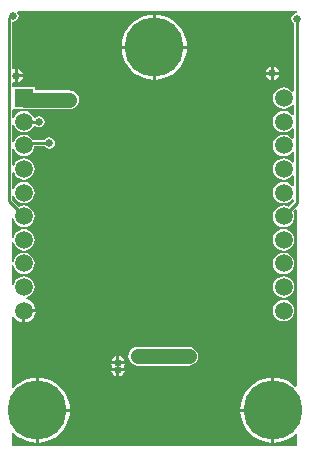
<source format=gbl>
G04 Layer_Physical_Order=2*
G04 Layer_Color=16711680*
%FSLAX24Y24*%
%MOIN*%
G70*
G01*
G75*
%ADD13C,0.0100*%
%ADD16C,0.1969*%
%ADD17C,0.0591*%
%ADD18R,0.0591X0.0591*%
%ADD19C,0.0250*%
%ADD20C,0.0500*%
G36*
X9750Y14687D02*
X9685Y14674D01*
X9623Y14633D01*
X9582Y14572D01*
X9568Y14500D01*
X9582Y14428D01*
X9623Y14367D01*
X9645Y14352D01*
Y12082D01*
X9595Y12065D01*
X9565Y12103D01*
X9491Y12160D01*
X9404Y12196D01*
X9311Y12208D01*
X9219Y12196D01*
X9132Y12160D01*
X9058Y12103D01*
X9001Y12029D01*
X8965Y11943D01*
X8953Y11850D01*
X8965Y11757D01*
X9001Y11671D01*
X9058Y11597D01*
X9132Y11540D01*
X9219Y11504D01*
X9311Y11492D01*
X9404Y11504D01*
X9491Y11540D01*
X9565Y11597D01*
X9595Y11635D01*
X9645Y11618D01*
Y11294D01*
X9595Y11277D01*
X9565Y11316D01*
X9491Y11373D01*
X9404Y11409D01*
X9311Y11421D01*
X9219Y11409D01*
X9132Y11373D01*
X9058Y11316D01*
X9001Y11242D01*
X8965Y11155D01*
X8953Y11063D01*
X8965Y10970D01*
X9001Y10883D01*
X9058Y10809D01*
X9132Y10752D01*
X9219Y10716D01*
X9311Y10704D01*
X9404Y10716D01*
X9491Y10752D01*
X9565Y10809D01*
X9595Y10848D01*
X9645Y10831D01*
Y10507D01*
X9595Y10490D01*
X9565Y10529D01*
X9491Y10586D01*
X9404Y10621D01*
X9311Y10634D01*
X9219Y10621D01*
X9132Y10586D01*
X9058Y10529D01*
X9001Y10454D01*
X8965Y10368D01*
X8953Y10275D01*
X8965Y10182D01*
X9001Y10096D01*
X9058Y10022D01*
X9132Y9965D01*
X9219Y9929D01*
X9311Y9917D01*
X9404Y9929D01*
X9491Y9965D01*
X9565Y10022D01*
X9595Y10061D01*
X9645Y10044D01*
Y9719D01*
X9595Y9702D01*
X9565Y9741D01*
X9491Y9798D01*
X9404Y9834D01*
X9311Y9846D01*
X9219Y9834D01*
X9132Y9798D01*
X9058Y9741D01*
X9001Y9667D01*
X8965Y9581D01*
X8953Y9488D01*
X8965Y9395D01*
X9001Y9309D01*
X9058Y9234D01*
X9132Y9177D01*
X9219Y9142D01*
X9311Y9129D01*
X9404Y9142D01*
X9491Y9177D01*
X9565Y9234D01*
X9595Y9273D01*
X9645Y9256D01*
Y8932D01*
X9595Y8915D01*
X9565Y8954D01*
X9491Y9011D01*
X9404Y9047D01*
X9311Y9059D01*
X9219Y9047D01*
X9132Y9011D01*
X9058Y8954D01*
X9001Y8880D01*
X8965Y8793D01*
X8953Y8700D01*
X8965Y8608D01*
X9001Y8521D01*
X9058Y8447D01*
X9132Y8390D01*
X9219Y8354D01*
X9311Y8342D01*
X9404Y8354D01*
X9491Y8390D01*
X9565Y8447D01*
X9595Y8486D01*
X9645Y8469D01*
Y8405D01*
X9471Y8231D01*
X9404Y8259D01*
X9311Y8271D01*
X9219Y8259D01*
X9132Y8223D01*
X9058Y8166D01*
X9001Y8092D01*
X8965Y8006D01*
X8953Y7913D01*
X8965Y7820D01*
X9001Y7734D01*
X9058Y7660D01*
X9132Y7603D01*
X9219Y7567D01*
X9311Y7555D01*
X9404Y7567D01*
X9491Y7603D01*
X9565Y7660D01*
X9622Y7734D01*
X9658Y7820D01*
X9670Y7913D01*
X9658Y8006D01*
X9630Y8073D01*
X9704Y8147D01*
X9750Y8128D01*
Y2258D01*
X9700Y2235D01*
X9589Y2330D01*
X9444Y2419D01*
X9286Y2484D01*
X9120Y2524D01*
X9000Y2534D01*
Y1450D01*
Y366D01*
X9120Y376D01*
X9286Y416D01*
X9444Y481D01*
X9589Y570D01*
X9700Y665D01*
X9750Y642D01*
Y250D01*
X250D01*
Y703D01*
X297Y721D01*
X331Y681D01*
X461Y570D01*
X606Y481D01*
X764Y416D01*
X930Y376D01*
X1050Y366D01*
Y1450D01*
Y2534D01*
X930Y2524D01*
X764Y2484D01*
X606Y2419D01*
X461Y2330D01*
X331Y2219D01*
X297Y2179D01*
X250Y2197D01*
Y4566D01*
X300Y4575D01*
X305Y4564D01*
X368Y4481D01*
X451Y4418D01*
X547Y4378D01*
X600Y4371D01*
Y4763D01*
X650D01*
Y4813D01*
X1042D01*
X1035Y4867D01*
X995Y4963D01*
X932Y5045D01*
X849Y5109D01*
X753Y5148D01*
X726Y5152D01*
Y5202D01*
X743Y5205D01*
X829Y5240D01*
X903Y5297D01*
X960Y5372D01*
X996Y5458D01*
X1008Y5551D01*
X996Y5644D01*
X960Y5730D01*
X903Y5804D01*
X829Y5861D01*
X743Y5897D01*
X650Y5909D01*
X557Y5897D01*
X471Y5861D01*
X397Y5804D01*
X340Y5730D01*
X304Y5644D01*
X300Y5614D01*
X250Y5617D01*
Y6272D01*
X300Y6275D01*
X304Y6245D01*
X340Y6159D01*
X397Y6085D01*
X471Y6028D01*
X557Y5992D01*
X650Y5980D01*
X743Y5992D01*
X829Y6028D01*
X903Y6085D01*
X960Y6159D01*
X996Y6245D01*
X1008Y6338D01*
X996Y6431D01*
X960Y6517D01*
X903Y6592D01*
X829Y6649D01*
X743Y6684D01*
X650Y6697D01*
X557Y6684D01*
X471Y6649D01*
X397Y6592D01*
X340Y6517D01*
X304Y6431D01*
X300Y6402D01*
X250Y6405D01*
Y7059D01*
X300Y7062D01*
X304Y7033D01*
X340Y6946D01*
X397Y6872D01*
X471Y6815D01*
X557Y6779D01*
X650Y6767D01*
X743Y6779D01*
X829Y6815D01*
X903Y6872D01*
X960Y6946D01*
X996Y7033D01*
X1008Y7126D01*
X996Y7218D01*
X960Y7305D01*
X903Y7379D01*
X829Y7436D01*
X743Y7472D01*
X650Y7484D01*
X557Y7472D01*
X471Y7436D01*
X397Y7379D01*
X340Y7305D01*
X304Y7218D01*
X300Y7189D01*
X250Y7192D01*
Y7846D01*
X300Y7850D01*
X304Y7820D01*
X340Y7734D01*
X397Y7660D01*
X471Y7603D01*
X557Y7567D01*
X650Y7555D01*
X743Y7567D01*
X829Y7603D01*
X903Y7660D01*
X960Y7734D01*
X996Y7820D01*
X1008Y7913D01*
X996Y8006D01*
X960Y8092D01*
X903Y8166D01*
X829Y8223D01*
X743Y8259D01*
X650Y8271D01*
X557Y8259D01*
X490Y8231D01*
X262Y8459D01*
Y8578D01*
X312Y8588D01*
X340Y8521D01*
X397Y8447D01*
X471Y8390D01*
X557Y8354D01*
X650Y8342D01*
X743Y8354D01*
X829Y8390D01*
X903Y8447D01*
X960Y8521D01*
X996Y8608D01*
X1008Y8700D01*
X996Y8793D01*
X960Y8880D01*
X903Y8954D01*
X829Y9011D01*
X743Y9047D01*
X650Y9059D01*
X557Y9047D01*
X471Y9011D01*
X397Y8954D01*
X340Y8880D01*
X312Y8813D01*
X262Y8823D01*
Y9365D01*
X312Y9375D01*
X340Y9309D01*
X397Y9234D01*
X471Y9177D01*
X557Y9142D01*
X650Y9129D01*
X743Y9142D01*
X829Y9177D01*
X903Y9234D01*
X960Y9309D01*
X996Y9395D01*
X1008Y9488D01*
X996Y9581D01*
X960Y9667D01*
X903Y9741D01*
X829Y9798D01*
X743Y9834D01*
X650Y9846D01*
X557Y9834D01*
X471Y9798D01*
X397Y9741D01*
X340Y9667D01*
X312Y9601D01*
X262Y9610D01*
Y10152D01*
X312Y10162D01*
X340Y10096D01*
X397Y10022D01*
X471Y9965D01*
X557Y9929D01*
X650Y9917D01*
X743Y9929D01*
X829Y9965D01*
X903Y10022D01*
X960Y10096D01*
X996Y10182D01*
X1003Y10238D01*
X1352D01*
X1367Y10217D01*
X1428Y10176D01*
X1500Y10161D01*
X1572Y10176D01*
X1633Y10217D01*
X1674Y10278D01*
X1689Y10350D01*
X1674Y10422D01*
X1633Y10483D01*
X1572Y10524D01*
X1500Y10539D01*
X1428Y10524D01*
X1367Y10483D01*
X1352Y10462D01*
X954D01*
X903Y10529D01*
X829Y10586D01*
X743Y10621D01*
X650Y10634D01*
X557Y10621D01*
X471Y10586D01*
X397Y10529D01*
X340Y10454D01*
X312Y10388D01*
X262Y10398D01*
Y10940D01*
X312Y10950D01*
X340Y10883D01*
X397Y10809D01*
X471Y10752D01*
X557Y10716D01*
X650Y10704D01*
X743Y10716D01*
X829Y10752D01*
X903Y10809D01*
X960Y10883D01*
X975Y10920D01*
X1027Y10929D01*
X1033Y10927D01*
X1090Y10888D01*
X1163Y10874D01*
X1235Y10888D01*
X1296Y10929D01*
X1337Y10990D01*
X1351Y11063D01*
X1337Y11135D01*
X1296Y11196D01*
X1235Y11237D01*
X1163Y11251D01*
X1090Y11237D01*
X1033Y11198D01*
X1027Y11196D01*
X975Y11205D01*
X960Y11242D01*
X903Y11316D01*
X829Y11373D01*
X743Y11409D01*
X650Y11421D01*
X557Y11409D01*
X471Y11373D01*
X397Y11316D01*
X340Y11242D01*
X312Y11175D01*
X262Y11185D01*
Y11458D01*
X295Y11495D01*
X312Y11495D01*
X644D01*
X700Y11487D01*
X700Y11487D01*
X2168D01*
X2249Y11498D01*
X2325Y11529D01*
X2390Y11579D01*
X2439Y11644D01*
X2471Y11719D01*
X2481Y11800D01*
X2471Y11881D01*
X2439Y11956D01*
X2390Y12021D01*
X2325Y12071D01*
X2249Y12102D01*
X2168Y12113D01*
X1005D01*
Y12205D01*
X312D01*
X295Y12205D01*
X262Y12242D01*
Y12368D01*
X306Y12392D01*
X312Y12388D01*
X350Y12381D01*
Y12600D01*
Y12819D01*
X312Y12812D01*
X306Y12808D01*
X262Y12832D01*
Y14378D01*
X285Y14396D01*
X357Y14410D01*
X418Y14451D01*
X459Y14512D01*
X473Y14585D01*
X459Y14657D01*
X430Y14700D01*
X453Y14750D01*
X9750D01*
Y14687D01*
D02*
G37*
%LPC*%
G36*
X3737Y3257D02*
X3700Y3249D01*
X3625Y3200D01*
X3575Y3125D01*
X3568Y3087D01*
X3737D01*
Y3257D01*
D02*
G37*
G36*
X4451Y3563D02*
X4370Y3552D01*
X4295Y3521D01*
X4230Y3472D01*
X4180Y3407D01*
X4148Y3332D01*
X4137Y3251D01*
X4148Y3170D01*
X4179Y3095D01*
X4228Y3030D01*
X4293Y2980D01*
X4368Y2948D01*
X4449Y2937D01*
X6140Y2932D01*
X6221Y2942D01*
X6297Y2973D01*
X6361Y3022D01*
X6411Y3087D01*
X6443Y3162D01*
X6454Y3243D01*
X6443Y3324D01*
X6412Y3400D01*
X6363Y3465D01*
X6298Y3514D01*
X6223Y3546D01*
X6142Y3557D01*
X4451Y3563D01*
D02*
G37*
G36*
X3837Y3257D02*
Y3087D01*
X4007D01*
X3999Y3125D01*
X3950Y3200D01*
X3875Y3249D01*
X3837Y3257D01*
D02*
G37*
G36*
X1042Y4713D02*
X700D01*
Y4371D01*
X753Y4378D01*
X849Y4418D01*
X932Y4481D01*
X995Y4564D01*
X1035Y4660D01*
X1042Y4713D01*
D02*
G37*
G36*
X9311Y5122D02*
X9219Y5110D01*
X9132Y5074D01*
X9058Y5017D01*
X9001Y4943D01*
X8965Y4856D01*
X8953Y4763D01*
X8965Y4671D01*
X9001Y4584D01*
X9058Y4510D01*
X9132Y4453D01*
X9219Y4417D01*
X9311Y4405D01*
X9404Y4417D01*
X9491Y4453D01*
X9565Y4510D01*
X9622Y4584D01*
X9658Y4671D01*
X9670Y4763D01*
X9658Y4856D01*
X9622Y4943D01*
X9565Y5017D01*
X9491Y5074D01*
X9404Y5110D01*
X9311Y5122D01*
D02*
G37*
G36*
X4007Y2987D02*
X3568D01*
X3575Y2950D01*
X3596Y2919D01*
X3575Y2888D01*
X3568Y2850D01*
X4007D01*
X3999Y2888D01*
X3979Y2919D01*
X3999Y2950D01*
X4007Y2987D01*
D02*
G37*
G36*
X1150Y2534D02*
Y1500D01*
X2184D01*
X2174Y1620D01*
X2134Y1786D01*
X2069Y1944D01*
X1980Y2089D01*
X1869Y2219D01*
X1739Y2330D01*
X1594Y2419D01*
X1436Y2484D01*
X1270Y2524D01*
X1150Y2534D01*
D02*
G37*
G36*
X8900Y1400D02*
X7866D01*
X7876Y1280D01*
X7916Y1114D01*
X7981Y956D01*
X8070Y811D01*
X8181Y681D01*
X8311Y570D01*
X8456Y481D01*
X8614Y416D01*
X8780Y376D01*
X8900Y366D01*
Y1400D01*
D02*
G37*
G36*
X2184D02*
X1150D01*
Y366D01*
X1270Y376D01*
X1436Y416D01*
X1594Y481D01*
X1739Y570D01*
X1869Y681D01*
X1980Y811D01*
X2069Y956D01*
X2134Y1114D01*
X2174Y1280D01*
X2184Y1400D01*
D02*
G37*
G36*
X4007Y2750D02*
X3837D01*
Y2581D01*
X3875Y2588D01*
X3950Y2638D01*
X3999Y2712D01*
X4007Y2750D01*
D02*
G37*
G36*
X3737D02*
X3568D01*
X3575Y2712D01*
X3625Y2638D01*
X3700Y2588D01*
X3737Y2581D01*
Y2750D01*
D02*
G37*
G36*
X8900Y2534D02*
X8780Y2524D01*
X8614Y2484D01*
X8456Y2419D01*
X8311Y2330D01*
X8181Y2219D01*
X8070Y2089D01*
X7981Y1944D01*
X7916Y1786D01*
X7876Y1620D01*
X7866Y1500D01*
X8900D01*
Y2534D01*
D02*
G37*
G36*
X9311Y5909D02*
X9219Y5897D01*
X9132Y5861D01*
X9058Y5804D01*
X9001Y5730D01*
X8965Y5644D01*
X8953Y5551D01*
X8965Y5458D01*
X9001Y5372D01*
X9058Y5297D01*
X9132Y5240D01*
X9219Y5205D01*
X9311Y5192D01*
X9404Y5205D01*
X9491Y5240D01*
X9565Y5297D01*
X9622Y5372D01*
X9658Y5458D01*
X9670Y5551D01*
X9658Y5644D01*
X9622Y5730D01*
X9565Y5804D01*
X9491Y5861D01*
X9404Y5897D01*
X9311Y5909D01*
D02*
G37*
G36*
X8883Y12900D02*
X8845Y12892D01*
X8771Y12843D01*
X8721Y12768D01*
X8713Y12730D01*
X8883D01*
Y12900D01*
D02*
G37*
G36*
X450Y12819D02*
Y12650D01*
X619D01*
X612Y12688D01*
X562Y12762D01*
X488Y12812D01*
X450Y12819D01*
D02*
G37*
G36*
X6084Y13500D02*
X5050D01*
Y12466D01*
X5170Y12476D01*
X5336Y12516D01*
X5494Y12581D01*
X5639Y12670D01*
X5769Y12781D01*
X5880Y12911D01*
X5969Y13056D01*
X6034Y13214D01*
X6074Y13380D01*
X6084Y13500D01*
D02*
G37*
G36*
X5050Y14634D02*
Y13600D01*
X6084D01*
X6074Y13720D01*
X6034Y13886D01*
X5969Y14044D01*
X5880Y14189D01*
X5769Y14319D01*
X5639Y14430D01*
X5494Y14519D01*
X5336Y14584D01*
X5170Y14624D01*
X5050Y14634D01*
D02*
G37*
G36*
X4950D02*
X4830Y14624D01*
X4664Y14584D01*
X4506Y14519D01*
X4361Y14430D01*
X4231Y14319D01*
X4120Y14189D01*
X4031Y14044D01*
X3966Y13886D01*
X3926Y13720D01*
X3916Y13600D01*
X4950D01*
Y14634D01*
D02*
G37*
G36*
X8983Y12900D02*
Y12730D01*
X9152D01*
X9145Y12768D01*
X9095Y12843D01*
X9021Y12892D01*
X8983Y12900D01*
D02*
G37*
G36*
X619Y12550D02*
X450D01*
Y12381D01*
X488Y12388D01*
X562Y12438D01*
X612Y12512D01*
X619Y12550D01*
D02*
G37*
G36*
X9311Y7484D02*
X9219Y7472D01*
X9132Y7436D01*
X9058Y7379D01*
X9001Y7305D01*
X8965Y7218D01*
X8953Y7126D01*
X8965Y7033D01*
X9001Y6946D01*
X9058Y6872D01*
X9132Y6815D01*
X9219Y6779D01*
X9311Y6767D01*
X9404Y6779D01*
X9491Y6815D01*
X9565Y6872D01*
X9622Y6946D01*
X9658Y7033D01*
X9670Y7126D01*
X9658Y7218D01*
X9622Y7305D01*
X9565Y7379D01*
X9491Y7436D01*
X9404Y7472D01*
X9311Y7484D01*
D02*
G37*
G36*
Y6697D02*
X9219Y6684D01*
X9132Y6649D01*
X9058Y6592D01*
X9001Y6517D01*
X8965Y6431D01*
X8953Y6338D01*
X8965Y6245D01*
X9001Y6159D01*
X9058Y6085D01*
X9132Y6028D01*
X9219Y5992D01*
X9311Y5980D01*
X9404Y5992D01*
X9491Y6028D01*
X9565Y6085D01*
X9622Y6159D01*
X9658Y6245D01*
X9670Y6338D01*
X9658Y6431D01*
X9622Y6517D01*
X9565Y6592D01*
X9491Y6649D01*
X9404Y6684D01*
X9311Y6697D01*
D02*
G37*
G36*
X4950Y13500D02*
X3916D01*
X3926Y13380D01*
X3966Y13214D01*
X4031Y13056D01*
X4120Y12911D01*
X4231Y12781D01*
X4361Y12670D01*
X4506Y12581D01*
X4664Y12516D01*
X4830Y12476D01*
X4950Y12466D01*
Y13500D01*
D02*
G37*
G36*
X9152Y12630D02*
X8983D01*
Y12461D01*
X9021Y12469D01*
X9095Y12518D01*
X9145Y12593D01*
X9152Y12630D01*
D02*
G37*
G36*
X8883D02*
X8713D01*
X8721Y12593D01*
X8771Y12518D01*
X8845Y12469D01*
X8883Y12461D01*
Y12630D01*
D02*
G37*
%LPD*%
D13*
X150Y14514D02*
X285Y14585D01*
X150Y8413D02*
Y14514D01*
Y8413D02*
X650Y7913D01*
X725Y10350D02*
X1500D01*
X650Y10275D02*
X725Y10350D01*
X650Y11063D02*
X1163D01*
X650Y10275D02*
X650Y10275D01*
X9757Y8358D02*
Y14500D01*
X9311Y7913D02*
X9757Y8358D01*
D16*
X5000Y13550D02*
D03*
X8950Y1450D02*
D03*
X1100D02*
D03*
D17*
X9311Y11850D02*
D03*
Y11063D02*
D03*
Y10275D02*
D03*
Y9488D02*
D03*
Y8700D02*
D03*
Y7913D02*
D03*
Y7126D02*
D03*
Y6338D02*
D03*
Y5551D02*
D03*
Y4763D02*
D03*
X650D02*
D03*
Y5551D02*
D03*
Y6338D02*
D03*
Y7126D02*
D03*
Y7913D02*
D03*
Y8700D02*
D03*
Y9488D02*
D03*
Y10275D02*
D03*
Y11063D02*
D03*
D18*
Y11850D02*
D03*
D19*
X8933Y12680D02*
D03*
X400Y12600D02*
D03*
X1500Y10350D02*
D03*
X1163Y11063D02*
D03*
X4400Y3250D02*
D03*
X2168Y11800D02*
D03*
X9757Y14500D02*
D03*
X3787Y2800D02*
D03*
X285Y14585D02*
D03*
X3787Y3037D02*
D03*
X6141Y3244D02*
D03*
D20*
X700Y11800D02*
X2168D01*
X650Y11850D02*
X700Y11800D01*
X4450Y3250D02*
X6141Y3244D01*
M02*

</source>
